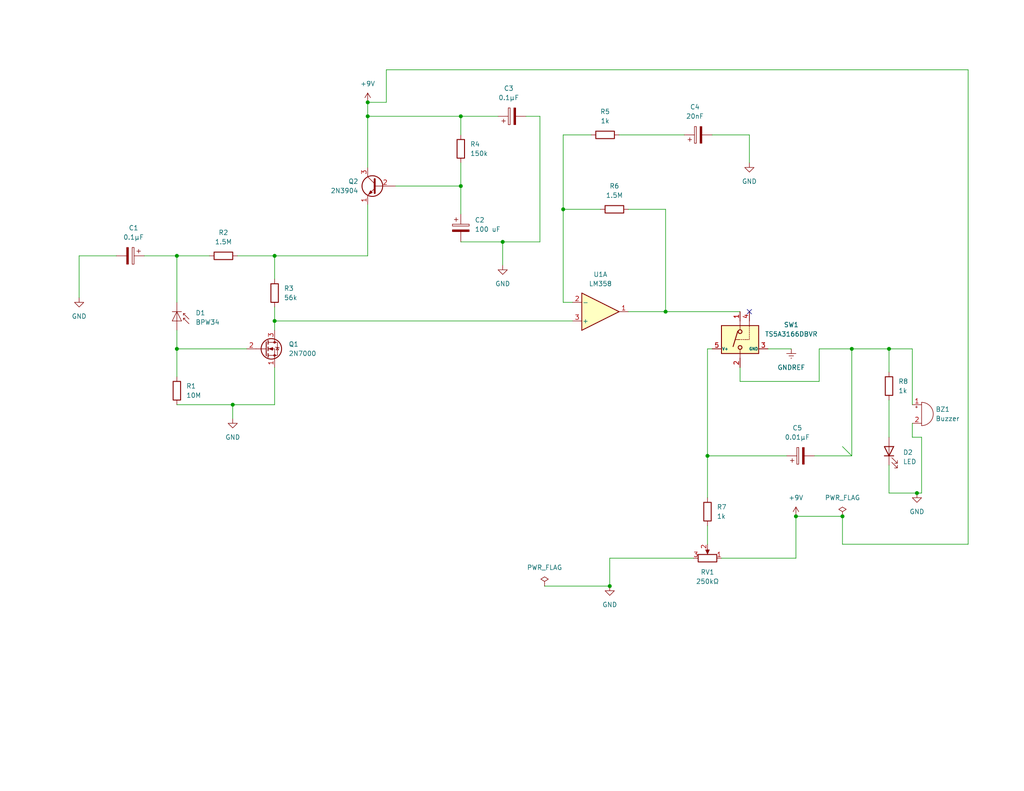
<source format=kicad_sch>
(kicad_sch (version 20211123) (generator eeschema)
  (paper "USLetter")
  (title_block (title "gammaray2usb") (date "2021-12-27") (rev "0.2") (company "Fork Sand, Inc."))
  (lib_symbols
    (symbol "Amplifier_Operational:LM358" (pin_names (offset 0.127))
      (property "Reference" "U" (at 0 5.08 0))
      (property "Value" "LM358" (at 0 -5.08 0))
      (symbol "LM358_1_1"
        (polyline (pts (xy -5.08 5.08) (xy 5.08 0) (xy -5.08 -5.08) (xy -5.08 5.08)) (stroke (width 0.254)) (fill (type background)))
        (pin output line (at 7.62 0 180) (length 2.54) (name "~") (number "1"))
        (pin input line (at -7.62 -2.54 0) (length 2.54) (name "-") (number "2"))
        (pin input line (at -7.62 2.54 0) (length 2.54) (name "+") (number "3"))
      )
      (symbol "LM358_2_1"
        (polyline (pts (xy -5.08 5.08) (xy 5.08 0) (xy -5.08 -5.08) (xy -5.08 5.08)) (stroke (width 0.254)) (fill (type background)))
        (pin input line (at -7.62 2.54 0) (length 2.54) (name "+") (number "5"))
        (pin input line (at -7.62 -2.54 0) (length 2.54) (name "-") (number "6"))
        (pin output line (at 7.62 0 180) (length 2.54) (name "~") (number "7"))
      )
      (symbol "LM358_3_1"
        (pin power_in line (at -2.54 -7.62 90) (length 3.81) (name "V-") (number "4"))
        (pin power_in line (at -2.54 7.62 270) (length 3.81) (name "V+") (number "8"))
      )
    )
    (symbol "Analog_Switch:TS5A3166DBVR" (pin_names (offset 0.127))
      (property "Reference" "U" (at -3.81 6.35 0))
      (property "Value" "TS5A3166DBVR" (at 3.81 -6.35 0))
      (symbol "TS5A3166DBVR_0_1"
        (polyline (pts (xy -5.08 -2.54) (xy -3.302 -2.54)))
        (polyline (pts (xy -3.048 -2.54) (xy -2.794 -2.54)))
        (polyline (pts (xy -2.54 -2.54) (xy -2.286 -2.54)))
        (polyline (pts (xy -2.032 -2.54) (xy -1.778 -2.54)))
        (polyline (pts (xy -1.524 -2.54) (xy -1.27 -2.54)))
        (polyline (pts (xy -1.016 -2.54) (xy -0.762 -2.54)))
        (polyline (pts (xy -0.508 -2.54) (xy -0.254 -2.54)))
        (polyline (pts (xy 0 -2.032) (xy 0 -1.778)))
        (polyline (pts (xy 0 -1.524) (xy 0 -1.27)))
      )
      (symbol "TS5A3166DBVR_1_1"
        (rectangle (start -3.81 5.08) (end 3.81 -5.08) (stroke (width 0.254)) (fill (type background)))
        (circle (center -2.159 0) (radius 0.508) (stroke (width 0.254)))
        (polyline (pts (xy -5.08 0) (xy -2.794 0)))
        (polyline (pts (xy -2.286 0.635) (xy 1.905 1.905)) (stroke (width 0.254)))
        (polyline (pts (xy 0 -2.54) (xy 0 -2.286)))
        (polyline (pts (xy 0 -2.032) (xy 0 -1.778)))
        (polyline (pts (xy 0 -1.524) (xy 0 -1.27)))
        (polyline (pts (xy 0 -1.016) (xy 0 -0.762)))
        (polyline (pts (xy 0 -0.508) (xy 0 -0.254)))
        (polyline (pts (xy 0 0) (xy 0 0.508)))
        (polyline (pts (xy 0 0.254) (xy 0 1.27)))
        (polyline (pts (xy 5.08 0) (xy 2.794 0)))
        (circle (center 2.159 0) (radius 0.508) (stroke (width 0.254)))
        (pin passive line (at -7.62 0 0) (length 2.54) (name "~") (number "1"))
        (pin passive line (at 7.62 0 180) (length 2.54) (name "~") (number "2"))
        (pin power_in line (at 2.54 -7.62 90) (length 2.54) (name "GND") (number "3"))
        (pin input line (at -7.62 -2.54 0) (length 2.54) (name "~") (number "4"))
        (pin power_in line (at 2.54 7.62 270) (length 2.54) (name "V+") (number "5"))
      )
    )
    (symbol "Device:Buzzer" (pin_names (offset 0.0254) hide)
      (property "Reference" "BZ" (at 3.81 1.27 0))
      (property "Value" "Buzzer" (at 3.81 -1.27 0))
      (symbol "Buzzer_0_1"
        (arc (start 0 -3.175) (mid 3.175 0) (end 0 3.175))
        (polyline (pts (xy -1.651 1.905) (xy -1.143 1.905)))
        (polyline (pts (xy -1.397 2.159) (xy -1.397 1.651)))
        (polyline (pts (xy 0 3.175) (xy 0 -3.175)))
      )
      (symbol "Buzzer_1_1"
        (pin passive line (at -2.54 2.54 0) (length 2.54) (name "-") (number "1"))
        (pin passive line (at -2.54 -2.54 0) (length 2.54) (name "+") (number "2"))
      )
    )
    (symbol "Device:C_Polarized" (pin_numbers hide) (pin_names (offset 0.254))
      (property "Reference" "C" (at 0.635 2.54 0))
      (property "Value" "C_Polarized" (at 0.635 -2.54 0))
      (symbol "C_Polarized_0_1"
        (rectangle (start -2.286 0.508) (end 2.286 1.016))
        (polyline (pts (xy -1.778 2.286) (xy -0.762 2.286)))
        (polyline (pts (xy -1.27 2.794) (xy -1.27 1.778)))
        (rectangle (start 2.286 -0.508) (end -2.286 -1.016) (fill (type outline)))
      )
      (symbol "C_Polarized_1_1"
        (pin passive line (at 0 3.81 270) (length 2.794) (name "~") (number "1"))
        (pin passive line (at 0 -3.81 90) (length 2.794) (name "~") (number "2"))
      )
    )
    (symbol "Device:LED" (pin_numbers hide) (pin_names (offset 1.016) hide)
      (property "Reference" "D" (at 0 2.54 0))
      (property "Value" "LED" (at 0 -2.54 0))
      (symbol "LED_0_1"
        (polyline (pts (xy -1.27 -1.27) (xy -1.27 1.27)) (stroke (width 0.254)))
        (polyline (pts (xy -1.27 0) (xy 1.27 0)))
        (polyline (pts (xy 1.27 -1.27) (xy 1.27 1.27) (xy -1.27 0) (xy 1.27 -1.27)) (stroke (width 0.254)))
        (polyline (pts (xy -3.048 -0.762) (xy -4.572 -2.286) (xy -3.81 -2.286) (xy -4.572 -2.286) (xy -4.572 -1.524)))
        (polyline (pts (xy -1.778 -0.762) (xy -3.302 -2.286) (xy -2.54 -2.286) (xy -3.302 -2.286) (xy -3.302 -1.524)))
      )
      (symbol "LED_1_1"
        (pin passive line (at -3.81 0 0) (length 2.54) (name "K") (number "1"))
        (pin passive line (at 3.81 0 180) (length 2.54) (name "A") (number "2"))
      )
    )
    (symbol "Device:R" (pin_numbers hide) (pin_names (offset 0))
      (property "Reference" "R" (at 2.032 0 90))
      (property "Value" "R" (at 0 0 90))
      (symbol "R_0_1"
        (rectangle (start -1.016 -2.54) (end 1.016 2.54) (stroke (width 0.254)))
      )
      (symbol "R_1_1"
        (pin passive line (at 0 3.81 270) (length 1.27) (name "~") (number "1"))
        (pin passive line (at 0 -3.81 90) (length 1.27) (name "~") (number "2"))
      )
    )
    (symbol "Device:R_Potentiometer" (pin_names (offset 1.016) hide)
      (property "Reference" "RV" (at -4.445 0 90))
      (property "Value" "R_Potentiometer" (at -2.54 0 90))
      (symbol "R_Potentiometer_0_1"
        (polyline (pts (xy 2.54 0) (xy 1.524 0)))
        (polyline (pts (xy 1.143 0) (xy 2.286 0.508) (xy 2.286 -0.508) (xy 1.143 0)) (fill (type outline)))
        (rectangle (start 1.016 2.54) (end -1.016 -2.54) (stroke (width 0.254)))
      )
      (symbol "R_Potentiometer_1_1"
        (pin passive line (at 0 3.81 270) (length 1.27) (name "1") (number "1"))
        (pin passive line (at 3.81 0 180) (length 1.27) (name "2") (number "2"))
        (pin passive line (at 0 -3.81 90) (length 1.27) (name "3") (number "3"))
      )
    )
    (symbol "Sensor_Optical:BPW34" (pin_numbers hide) (pin_names (offset 1.016) hide)
      (property "Reference" "D" (at 0.508 1.778 0))
      (property "Value" "BPW34" (at -1.016 -2.794 0))
      (symbol "BPW34_0_1"
        (polyline (pts (xy -2.54 1.27) (xy -2.54 -1.27)) (stroke (width 0.1524)))
        (polyline (pts (xy -2.032 1.778) (xy -1.524 1.778)))
        (polyline (pts (xy 0 -1.27) (xy 0 1.27)))
        (polyline (pts (xy 0 0) (xy -2.54 0)))
        (polyline (pts (xy -0.508 3.302) (xy -2.032 1.778) (xy -2.032 2.286)))
        (polyline (pts (xy 0 1.27) (xy -2.54 0) (xy 0 -1.27)))
        (polyline (pts (xy 0.762 3.302) (xy -0.762 1.778) (xy -0.762 2.286) (xy -0.762 1.778) (xy -0.254 1.778)))
      )
      (symbol "BPW34_1_1"
        (pin passive line (at -5.08 0 0) (length 2.54) (name "K") (number "1"))
        (pin passive line (at 2.54 0 180) (length 2.54) (name "A") (number "2"))
      )
    )
    (symbol "Transistor_BJT:2N3904" (pin_names (offset 0) hide)
      (property "Reference" "Q" (at 5.08 1.905 0))
      (property "Value" "2N3904" (at 5.08 0 0))
      (symbol "2N3904_0_1"
        (polyline (pts (xy 0.635 0.635) (xy 2.54 2.54)))
        (polyline (pts (xy 0.635 -0.635) (xy 2.54 -2.54) (xy 2.54 -2.54)))
        (polyline (pts (xy 0.635 1.905) (xy 0.635 -1.905) (xy 0.635 -1.905)) (stroke (width 0.508)))
        (polyline (pts (xy 1.27 -1.778) (xy 1.778 -1.27) (xy 2.286 -2.286) (xy 1.27 -1.778) (xy 1.27 -1.778)) (fill (type outline)))
        (circle (center 1.27 0) (radius 2.8194) (stroke (width 0.254)))
      )
      (symbol "2N3904_1_1"
        (pin passive line (at 2.54 -5.08 90) (length 2.54) (name "E") (number "1"))
        (pin passive line (at -5.08 0 0) (length 5.715) (name "B") (number "2"))
        (pin passive line (at 2.54 5.08 270) (length 2.54) (name "C") (number "3"))
      )
    )
    (symbol "Transistor_FET:2N7000" (pin_names hide)
      (property "Reference" "Q" (at 5.08 1.905 0))
      (property "Value" "2N7000" (at 5.08 0 0))
      (symbol "2N7000_0_1"
        (polyline (pts (xy 0.254 0) (xy -2.54 0)))
        (polyline (pts (xy 0.254 1.905) (xy 0.254 -1.905)) (stroke (width 0.254)))
        (polyline (pts (xy 0.762 -1.27) (xy 0.762 -2.286)) (stroke (width 0.254)))
        (polyline (pts (xy 0.762 0.508) (xy 0.762 -0.508)) (stroke (width 0.254)))
        (polyline (pts (xy 0.762 2.286) (xy 0.762 1.27)) (stroke (width 0.254)))
        (polyline (pts (xy 2.54 2.54) (xy 2.54 1.778)))
        (polyline (pts (xy 2.54 -2.54) (xy 2.54 0) (xy 0.762 0)))
        (polyline (pts (xy 0.762 -1.778) (xy 3.302 -1.778) (xy 3.302 1.778) (xy 0.762 1.778)))
        (polyline (pts (xy 1.016 0) (xy 2.032 0.381) (xy 2.032 -0.381) (xy 1.016 0)) (fill (type outline)))
        (polyline (pts (xy 2.794 0.508) (xy 2.921 0.381) (xy 3.683 0.381) (xy 3.81 0.254)))
        (polyline (pts (xy 3.302 0.381) (xy 2.921 -0.254) (xy 3.683 -0.254) (xy 3.302 0.381)))
        (circle (center 1.651 0) (radius 2.794) (stroke (width 0.254)))
        (circle (center 2.54 -1.778) (radius 0.254) (fill (type outline)))
        (circle (center 2.54 1.778) (radius 0.254) (fill (type outline)))
      )
      (symbol "2N7000_1_1"
        (pin passive line (at 2.54 -5.08 90) (length 2.54) (name "S") (number "1"))
        (pin input line (at -5.08 0 0) (length 2.54) (name "G") (number "2"))
        (pin passive line (at 2.54 5.08 270) (length 2.54) (name "D") (number "3"))
      )
    )
    (symbol "power:+9V" (power) (pin_names (offset 0))
      (property "Value" "+9V" (at 0 3.556 0))
      (symbol "+9V_0_1"
        (polyline (pts (xy -0.762 1.27) (xy 0 2.54)))
        (polyline (pts (xy 0 0) (xy 0 2.54)))
        (polyline (pts (xy 0 2.54) (xy 0.762 1.27)))
      )
      (symbol "+9V_1_1"
        (pin power_in line (at 0 0 90) (length 0) hide (name "+9V") (number "1"))
      )
    )
    (symbol "power:GND" (power) (pin_names (offset 0))
      (property "Value" "GND" (at 0 -3.81 0))
      (symbol "GND_0_1"
        (polyline (pts (xy 0 0) (xy 0 -1.27) (xy 1.27 -1.27) (xy 0 -2.54) (xy -1.27 -1.27) (xy 0 -1.27)))
      )
      (symbol "GND_1_1"
        (pin power_in line (at 0 0 270) (length 0) hide (name "GND") (number "1"))
      )
    )
    (symbol "power:GNDREF" (power) (pin_names (offset 0))
      (property "Value" "GNDREF" (at 0 -3.81 0))
      (symbol "GNDREF_0_1"
        (polyline (pts (xy -0.635 -1.905) (xy 0.635 -1.905)))
        (polyline (pts (xy -0.127 -2.54) (xy 0.127 -2.54)))
        (polyline (pts (xy 0 -1.27) (xy 0 0)))
        (polyline (pts (xy 1.27 -1.27) (xy -1.27 -1.27)))
      )
      (symbol "GNDREF_1_1"
        (pin power_in line (at 0 0 270) (length 0) hide (name "GNDREF") (number "1"))
      )
    )
    (symbol "power:PWR_FLAG" (power) (pin_numbers hide) (pin_names (offset 0) hide)
      (property "Value" "PWR_FLAG" (at 0 3.81 0))
      (symbol "PWR_FLAG_0_0"
        (pin power_out line (at 0 0 90) (length 0) (name "pwr") (number "1"))
      )
      (symbol "PWR_FLAG_0_1"
        (polyline (pts (xy 0 0) (xy 0 1.27) (xy -1.016 1.905) (xy 0 2.54) (xy 1.016 1.905) (xy 0 1.27)))
      )
    )
  )
  (junction (at 48.26 69.85))
  (junction (at 242.57 95.25))
  (junction (at 153.67 57.15))
  (junction (at 166.37 160.02))
  (junction (at 48.26 95.25))
  (junction (at 100.33 27.94))
  (junction (at 125.73 31.75))
  (junction (at 229.87 140.97))
  (junction (at 74.93 87.63))
  (junction (at 125.73 50.8))
  (junction (at 232.41 95.25))
  (junction (at 181.61 85.09))
  (junction (at 193.04 124.46))
  (junction (at 217.17 140.97))
  (junction (at 100.33 31.75))
  (junction (at 74.93 69.85))
  (junction (at 137.16 66.04))
  (junction (at 63.5 110.49))
  (junction (at 250.19 134.62))
  (no_connect (at 204.47 85.09))
  (bus_entry (at 229.87 121.92) (size 2.54 2.54))
  (wire (pts (xy 137.16 66.04) (xy 137.16 72.39)))
  (wire (pts (xy 181.61 85.09) (xy 201.93 85.09)))
  (wire (pts (xy 156.21 82.55) (xy 153.67 82.55)))
  (wire (pts (xy 48.26 69.85) (xy 48.26 82.55)))
  (wire (pts (xy 100.33 55.88) (xy 100.33 69.85)))
  (wire (pts (xy 48.26 69.85) (xy 57.15 69.85)))
  (wire (pts (xy 143.51 31.75) (xy 147.32 31.75)))
  (wire (pts (xy 153.67 36.83) (xy 161.29 36.83)))
  (wire (pts (xy 166.37 152.4) (xy 166.37 160.02)))
  (wire (pts (xy 217.17 140.97) (xy 229.87 140.97)))
  (wire (pts (xy 100.33 69.85) (xy 74.93 69.85)))
  (wire (pts (xy 204.47 36.83) (xy 204.47 44.45)))
  (wire (pts (xy 229.87 140.97) (xy 229.87 148.59)))
  (wire (pts (xy 193.04 124.46) (xy 193.04 95.25)))
  (wire (pts (xy 242.57 134.62) (xy 250.19 134.62)))
  (wire (pts (xy 222.25 124.46) (xy 232.41 124.46)))
  (wire (pts (xy 193.04 124.46) (xy 193.04 135.89)))
  (wire (pts (xy 105.41 27.94) (xy 100.33 27.94)))
  (wire (pts (xy 148.59 160.02) (xy 166.37 160.02)))
  (wire (pts (xy 242.57 95.25) (xy 232.41 95.25)))
  (wire (pts (xy 166.37 152.4) (xy 189.23 152.4)))
  (wire (pts (xy 223.52 104.14) (xy 223.52 95.25)))
  (wire (pts (xy 48.26 95.25) (xy 48.26 102.87)))
  (wire (pts (xy 125.73 31.75) (xy 125.73 36.83)))
  (wire (pts (xy 193.04 95.25) (xy 194.31 95.25)))
  (wire (pts (xy 74.93 83.82) (xy 74.93 87.63)))
  (wire (pts (xy 39.37 69.85) (xy 48.26 69.85)))
  (wire (pts (xy 137.16 66.04) (xy 147.32 66.04)))
  (wire (pts (xy 147.32 31.75) (xy 147.32 66.04)))
  (wire (pts (xy 248.92 115.57) (xy 248.92 119.38)))
  (wire (pts (xy 196.85 152.4) (xy 217.17 152.4)))
  (wire (pts (xy 107.95 50.8) (xy 125.73 50.8)))
  (wire (pts (xy 100.33 27.94) (xy 100.33 31.75)))
  (wire (pts (xy 74.93 87.63) (xy 74.93 90.17)))
  (wire (pts (xy 242.57 127) (xy 242.57 134.62)))
  (wire (pts (xy 125.73 50.8) (xy 125.73 58.42)))
  (wire (pts (xy 168.91 36.83) (xy 186.69 36.83)))
  (wire (pts (xy 201.93 104.14) (xy 223.52 104.14)))
  (wire (pts (xy 248.92 119.38) (xy 251.46 119.38)))
  (wire (pts (xy 64.77 69.85) (xy 74.93 69.85)))
  (wire (pts (xy 125.73 31.75) (xy 135.89 31.75)))
  (wire (pts (xy 181.61 57.15) (xy 181.61 85.09)))
  (wire (pts (xy 242.57 95.25) (xy 242.57 101.6)))
  (wire (pts (xy 217.17 140.97) (xy 217.17 152.4)))
  (wire (pts (xy 74.93 87.63) (xy 156.21 87.63)))
  (wire (pts (xy 171.45 85.09) (xy 181.61 85.09)))
  (wire (pts (xy 125.73 66.04) (xy 137.16 66.04)))
  (wire (pts (xy 153.67 57.15) (xy 163.83 57.15)))
  (wire (pts (xy 193.04 143.51) (xy 193.04 148.59)))
  (wire (pts (xy 21.59 81.28) (xy 21.59 69.85)))
  (wire (pts (xy 264.16 148.59) (xy 264.16 19.05)))
  (wire (pts (xy 171.45 57.15) (xy 181.61 57.15)))
  (wire (pts (xy 223.52 95.25) (xy 232.41 95.25)))
  (wire (pts (xy 105.41 19.05) (xy 105.41 27.94)))
  (wire (pts (xy 248.92 110.49) (xy 248.92 95.25)))
  (wire (pts (xy 63.5 110.49) (xy 74.93 110.49)))
  (wire (pts (xy 74.93 100.33) (xy 74.93 110.49)))
  (wire (pts (xy 242.57 109.22) (xy 242.57 119.38)))
  (wire (pts (xy 21.59 69.85) (xy 31.75 69.85)))
  (wire (pts (xy 153.67 57.15) (xy 153.67 36.83)))
  (wire (pts (xy 209.55 95.25) (xy 215.9 95.25)))
  (wire (pts (xy 153.67 82.55) (xy 153.67 57.15)))
  (wire (pts (xy 193.04 124.46) (xy 214.63 124.46)))
  (wire (pts (xy 251.46 119.38) (xy 251.46 134.62)))
  (wire (pts (xy 242.57 95.25) (xy 248.92 95.25)))
  (wire (pts (xy 74.93 69.85) (xy 74.93 76.2)))
  (wire (pts (xy 264.16 19.05) (xy 105.41 19.05)))
  (wire (pts (xy 63.5 110.49) (xy 63.5 114.3)))
  (wire (pts (xy 48.26 90.17) (xy 48.26 95.25)))
  (wire (pts (xy 201.93 100.33) (xy 201.93 104.14)))
  (wire (pts (xy 229.87 148.59) (xy 264.16 148.59)))
  (wire (pts (xy 194.31 36.83) (xy 204.47 36.83)))
  (wire (pts (xy 48.26 110.49) (xy 63.5 110.49)))
  (wire (pts (xy 232.41 95.25) (xy 232.41 124.46)))
  (wire (pts (xy 100.33 31.75) (xy 125.73 31.75)))
  (wire (pts (xy 100.33 31.75) (xy 100.33 45.72)))
  (wire (pts (xy 125.73 44.45) (xy 125.73 50.8)))
  (wire (pts (xy 251.46 134.62) (xy 250.19 134.62)))
  (wire (pts (xy 48.26 95.25) (xy 67.31 95.25)))
  (symbol (lib_id "Device:C_Polarized") (at 125.73 62.23 0) (unit 1)
    (property "Reference" "C2" (at 129.54 60.0709 0) (effects (justify left)))
    (property "Value" "100 uF" (at 129.54 62.6109 0) (effects (justify left)))
    (property "Footprint" "Capacitor_THT:CP_Axial_L10.0mm_D4.5mm_P15.00mm_Horizontal" (effects hide))
  )
  (symbol (lib_id "Device:C_Polarized") (at 139.7 31.75 90) (unit 1)
    (property "Reference" "C3" (at 138.811 24.13 90))
    (property "Value" "0.1µF" (at 138.811 26.67 90))
    (property "Footprint" "Capacitor_THT:CP_Axial_L10.0mm_D4.5mm_P15.00mm_Horizontal" (effects hide))
  )
  (symbol (lib_id "power:GND") (at 137.16 72.39 0) (unit 1)
    (property "Reference" "#PWR04" (effects hide))
    (property "Value" "GND" (at 137.16 77.47 0))
  )
  (symbol (lib_id "Device:R") (at 193.04 139.7 180) (unit 1)
    (property "Reference" "R7" (at 195.58 138.4299 0) (effects (justify right)))
    (property "Value" "1k" (at 195.58 140.9699 0) (effects (justify right)))
    (property "Footprint" "Resistor_THT:R_Axial_DIN0207_L6.3mm_D2.5mm_P10.16mm_Horizontal" (effects hide))
  )
  (symbol (lib_id "Transistor_BJT:2N3904") (at 102.87 50.8 0) (mirror y) (unit 1)
    (property "Reference" "Q2" (at 97.79 49.5299 0) (effects (justify left)))
    (property "Value" "2N3904" (at 97.79 52.0699 0) (effects (justify left)))
    (property "Footprint" "Package_TO_SOT_THT:TO-92_Inline" (effects hide))
    (property "Datasheet" "https://www.onsemi.com/pub/Collateral/2N3903-D.PDF" (effects hide))
  )
  (symbol (lib_id "Device:R") (at 60.96 69.85 90) (unit 1)
    (property "Reference" "R2" (at 60.96 63.5 90))
    (property "Value" "1.5M" (at 60.96 66.04 90))
    (property "Footprint" "Resistor_THT:R_Axial_DIN0207_L6.3mm_D2.5mm_P10.16mm_Horizontal" (effects hide))
  )
  (symbol (lib_id "power:GNDREF") (at 215.9 95.25 0) (unit 1)
    (property "Reference" "#PWR07" (effects hide))
    (property "Value" "GNDREF" (at 215.9 100.33 0))
  )
  (symbol (lib_id "Device:R") (at 125.73 40.64 0) (unit 1)
    (property "Reference" "R4" (at 128.27 39.3699 0) (effects (justify left)))
    (property "Value" "150k" (at 128.27 41.9099 0) (effects (justify left)))
    (property "Footprint" "Resistor_THT:R_Axial_DIN0207_L6.3mm_D2.5mm_P10.16mm_Horizontal" (effects hide))
  )
  (symbol (lib_id "Device:LED") (at 242.57 123.19 90) (unit 1)
    (property "Reference" "D2" (at 246.38 123.5074 90) (effects (justify right)))
    (property "Value" "LED" (at 246.38 126.0474 90) (effects (justify right)))
    (property "Footprint" "LED_THT:LED_D5.0mm" (effects hide))
  )
  (symbol (lib_id "Device:R") (at 167.64 57.15 90) (unit 1)
    (property "Reference" "R6" (at 167.64 50.8 90))
    (property "Value" "1.5M" (at 167.64 53.34 90))
    (property "Footprint" "Resistor_THT:R_Axial_DIN0207_L6.3mm_D2.5mm_P10.16mm_Horizontal" (effects hide))
  )
  (symbol (lib_id "power:GND") (at 250.19 134.62 0) (unit 1)
    (property "Reference" "#PWR09" (effects hide))
    (property "Value" "GND" (at 250.19 139.7 0))
  )
  (symbol (lib_id "Device:R") (at 165.1 36.83 90) (unit 1)
    (property "Reference" "R5" (at 165.1 30.48 90))
    (property "Value" "1k" (at 165.1 33.02 90))
    (property "Footprint" "Resistor_THT:R_Axial_DIN0207_L6.3mm_D2.5mm_P10.16mm_Horizontal" (effects hide))
  )
  (symbol (lib_id "Device:R") (at 48.26 106.68 0) (unit 1)
    (property "Reference" "R1" (at 50.8 105.4099 0) (effects (justify left)))
    (property "Value" "10M" (at 50.8 107.9499 0) (effects (justify left)))
    (property "Footprint" "Resistor_THT:R_Axial_DIN0207_L6.3mm_D2.5mm_P10.16mm_Horizontal" (effects hide))
  )
  (symbol (lib_id "Device:C_Polarized") (at 190.5 36.83 90) (unit 1)
    (property "Reference" "C4" (at 189.611 29.21 90))
    (property "Value" "20nF" (at 189.611 31.75 90))
    (property "Footprint" "Capacitor_THT:CP_Axial_L10.0mm_D4.5mm_P15.00mm_Horizontal" (effects hide))
  )
  (symbol (lib_id "Transistor_FET:2N7000") (at 72.39 95.25 0) (unit 1)
    (property "Reference" "Q1" (at 78.74 93.9799 0) (effects (justify left)))
    (property "Value" "2N7000" (at 78.74 96.5199 0) (effects (justify left)))
    (property "Footprint" "Package_TO_SOT_THT:TO-92_Inline" (effects hide))
    (property "Datasheet" "https://www.onsemi.com/pub/Collateral/NDS7002A-D.PDF" (effects hide))
  )
  (symbol (lib_id "Device:Buzzer") (at 251.46 113.03 0) (unit 1)
    (property "Reference" "BZ1" (at 255.27 111.7599 0) (effects (justify left)))
    (property "Value" "Buzzer" (at 255.27 114.2999 0) (effects (justify left)))
    (property "Footprint" "Buzzer_Beeper:Buzzer_15x7.5RM7.6" (effects hide))
  )
  (symbol (lib_id "Analog_Switch:TS5A3166DBVR") (at 201.93 92.71 90) (mirror x) (unit 1)
    (property "Reference" "SW1" (at 215.9 88.6712 90))
    (property "Value" "TS5A3166DBVR" (at 215.9 91.2112 90))
    (property "Footprint" "Package_TO_SOT_SMD:SOT-23-5" (effects hide))
    (property "Datasheet" " http://www.ti.com/lit/ds/symlink/ts5a3166.pdf" (effects hide))
  )
  (symbol (lib_id "Sensor_Optical:BPW34") (at 48.26 87.63 270) (unit 1)
    (property "Reference" "D1" (at 53.34 85.4328 90) (effects (justify left)))
    (property "Value" "BPW34" (at 53.34 87.9728 90) (effects (justify left)))
    (property "Footprint" "OptoDevice:Osram_DIL2_4.3x4.65mm_P5.08mm" (effects hide))
    (property "Datasheet" "http://www.vishay.com/docs/81521/bpw34.pdf" (effects hide))
  )
  (symbol (lib_id "Device:R") (at 74.93 80.01 0) (unit 1)
    (property "Reference" "R3" (at 77.47 78.7399 0) (effects (justify left)))
    (property "Value" "56k" (at 77.47 81.2799 0) (effects (justify left)))
    (property "Footprint" "Resistor_THT:R_Axial_DIN0207_L6.3mm_D2.5mm_P10.16mm_Horizontal" (effects hide))
  )
  (symbol (lib_id "Device:R") (at 242.57 105.41 180) (unit 1)
    (property "Reference" "R8" (at 245.11 104.1399 0) (effects (justify right)))
    (property "Value" "1k" (at 245.11 106.6799 0) (effects (justify right)))
    (property "Footprint" "Resistor_THT:R_Axial_DIN0207_L6.3mm_D2.5mm_P10.16mm_Horizontal" (effects hide))
  )
  (symbol (lib_id "power:PWR_FLAG") (at 148.59 160.02 0) (unit 1)
    (property "Reference" "#FLG01" (effects hide))
    (property "Value" "PWR_FLAG" (at 148.59 154.94 0))
  )
  (symbol (lib_id "power:GND") (at 21.59 81.28 0) (unit 1)
    (property "Reference" "#PWR01" (effects hide))
    (property "Value" "GND" (at 21.59 86.36 0))
  )
  (symbol (lib_id "Amplifier_Operational:LM358") (at 163.83 85.09 0) (mirror x) (unit 1)
    (property "Reference" "U1" (at 163.83 74.93 0))
    (property "Value" "LM358" (at 163.83 77.47 0))
    (property "Footprint" "Package_DIP:DIP-8_W7.62mm" (effects hide))
    (property "Datasheet" "http://www.ti.com/lit/ds/symlink/lm2904-n.pdf" (effects hide))
  )
  (symbol (lib_id "power:GND") (at 166.37 160.02 0) (unit 1)
    (property "Reference" "#PWR05" (effects hide))
    (property "Value" "GND" (at 166.37 165.1 0))
  )
  (symbol (lib_id "power:GND") (at 204.47 44.45 0) (unit 1)
    (property "Reference" "#PWR06" (effects hide))
    (property "Value" "GND" (at 204.47 49.53 0))
  )
  (symbol (lib_id "Device:C_Polarized") (at 218.44 124.46 90) (unit 1)
    (property "Reference" "C5" (at 217.551 116.84 90))
    (property "Value" "0.01µF" (at 217.551 119.38 90))
    (property "Footprint" "Capacitor_THT:CP_Axial_L10.0mm_D4.5mm_P15.00mm_Horizontal" (effects hide))
  )
  (symbol (lib_id "power:GND") (at 63.5 114.3 0) (unit 1)
    (property "Reference" "#PWR02" (effects hide))
    (property "Value" "GND" (at 63.5 119.38 0))
  )
  (symbol (lib_id "Device:C_Polarized") (at 35.56 69.85 270) (unit 1)
    (property "Reference" "C1" (at 36.449 62.23 90))
    (property "Value" "0.1µF" (at 36.449 64.77 90))
    (property "Footprint" "Capacitor_THT:CP_Axial_L10.0mm_D4.5mm_P15.00mm_Horizontal" (effects hide))
  )
  (symbol (lib_id "power:+9V") (at 100.33 27.94 0) (unit 1)
    (property "Reference" "#PWR03" (effects hide))
    (property "Value" "+9V" (at 100.33 22.86 0))
  )
  (symbol (lib_id "power:PWR_FLAG") (at 229.87 140.97 0) (unit 1)
    (property "Reference" "#FLG02" (effects hide))
    (property "Value" "PWR_FLAG" (at 229.87 135.89 0))
  )
  (symbol (lib_id "power:+9V") (at 217.17 140.97 0) (unit 1)
    (property "Reference" "#PWR08" (effects hide))
    (property "Value" "+9V" (at 217.17 135.89 0))
  )
  (symbol (lib_id "Device:R_Potentiometer") (at 193.04 152.4 270) (mirror x) (unit 1)
    (property "Reference" "RV1" (at 193.04 156.21 90))
    (property "Value" "250kΩ" (at 193.04 158.75 90))
    (property "Footprint" "Potentiometer_THT:Potentiometer_Vishay_T7-YA_Single_Vertical" (effects hide))
  )
)
</source>
